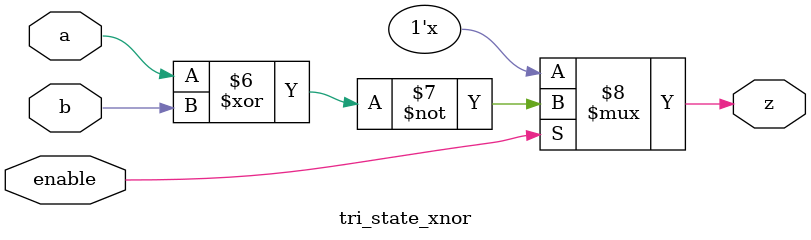
<source format=sv>
module tri_state_xnor (enable, a, b, z);
    input enable;
    input a, b;
    output z;

    wire nand_out, nor_out;

    nand n1 (nand_out, a, b);
    assign nor_out = ~a | ~b;

    assign z = enable ? ~(a ^ b) : 1'bz;
endmodule


</source>
